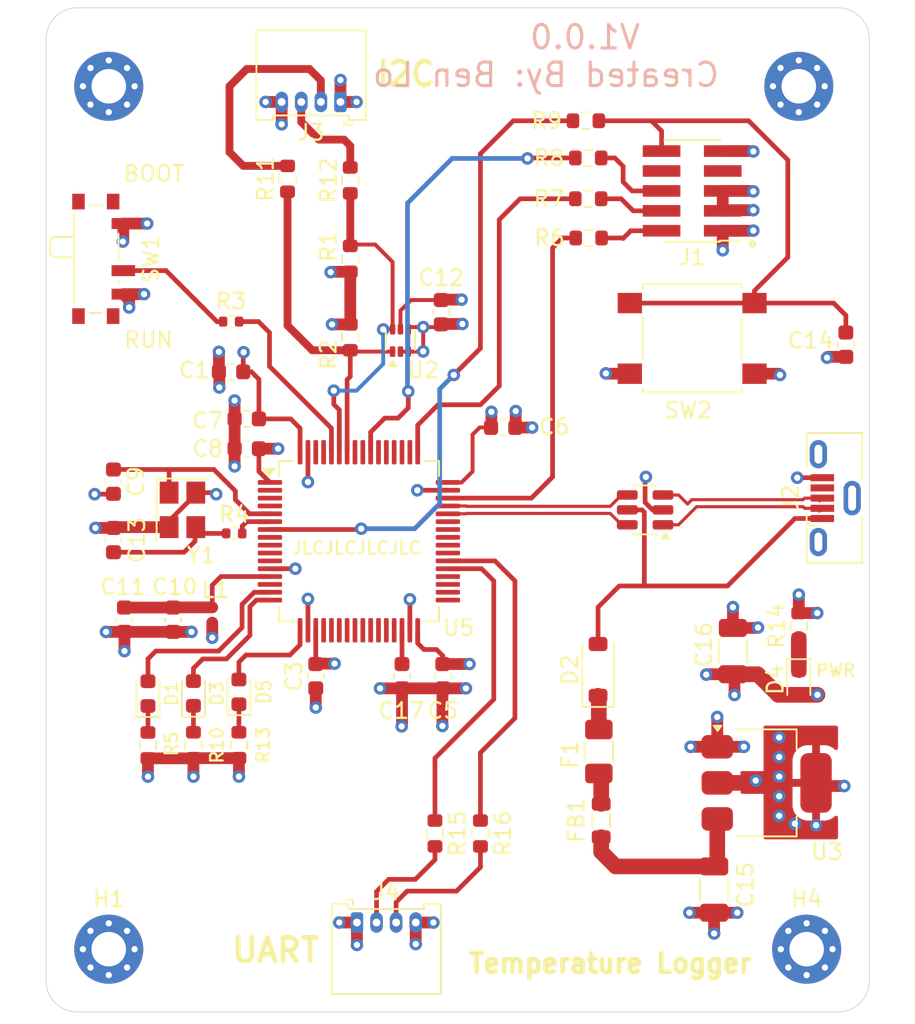
<source format=kicad_pcb>
(kicad_pcb (version 20241229) (generator "pcbnew") (generator_version "9.0")
  (layers (0 "F.Cu" signal) (4 "In1.Cu" signal) (6 "In2.Cu" signal) (2 "B.Cu" signal) (13 "F.Paste" user) (15 "B.Paste" user) (5 "F.SilkS" user "F.Silkscreen") (7 "B.SilkS" user "B.Silkscreen") (1 "F.Mask" user) (3 "B.Mask" user) (25 "Edge.Cuts" user))
  (net 0 "")
  (net 1 "GND")
  (net 2 "+3.3V")
  (net 3 "HSE_IN")
  (net 4 "+3.3VA")
  (net 5 "Net-(C13-Pad1)")
  (net 6 "Net-(J1-Pin_10)")
  (net 7 "Net-(U3-VI)")
  (net 8 "Net-(D1-K)")
  (net 9 "LED_R")
  (net 10 "Net-(D2-K)")
  (net 11 "+5V")
  (net 12 "Net-(D3-K)")
  (net 13 "LED_G")
  (net 14 "Net-(D4-K)")
  (net 15 "Net-(D5-K)")
  (net 16 "LED_B")
  (net 17 "Net-(F1-Pad2)")
  (net 19 "Net-(J1-Pin_4)")
  (net 21 "Net-(J1-Pin_6)")
  (net 22 "Net-(J1-Pin_2)")
  (net 27 "USB_CONN_D-")
  (net 28 "USB_CONN_D+")
  (net 29 "Net-(J3-Pin_3)")
  (net 30 "Net-(J3-Pin_2)")
  (net 31 "Net-(J4-Pin_2)")
  (net 32 "Net-(J4-Pin_3)")
  (net 33 "I2C_SDA")
  (net 34 "I2C_SCL")
  (net 35 "Net-(SW1-B)")
  (net 36 "BOOT0")
  (net 37 "HSE_OUT")
  (net 38 "SWDIO")
  (net 39 "SWCLK")
  (net 40 "SWO")
  (net 41 "NRST")
  (net 42 "USB_D+")
  (net 43 "USB_D-")
  (net 44 "Net-(U5-VCAP1)")
  (net 45 "USART1_TX")
  (net 46 "USART1_RX")
  (footprint "Resistor_SMD:R_0603_1608Metric" (layer "F.Cu") (at 121.5 129.0125 -90)
    (property "Reference" "R5")
    (property "Value" "1k5")
  )
  (footprint "Capacitor_SMD:C_0603_1608Metric" (layer "F.Cu") (at 127.8 108.2 180)
    (property "Reference" "C7")
    (property "Value" "100n")
  )
  (footprint "MountingHole:MountingHole_2.2mm_M2_Pad_Via" (layer "F.Cu") (at 163.5 142)
    (property "Reference" "H4")
    (property "Value" "MountingHole_Pad")
  )
  (footprint "Capacitor_SMD:C_0603_1608Metric" (layer "F.Cu") (at 120 121 -90)
    (property "Reference" "C11")
    (property "Value" "10n")
  )
  (footprint "Resistor_SMD:R_0603_1608Metric" (layer "F.Cu") (at 134.4 103 -90)
    (property "Reference" "R2")
    (property "Value" "4k7")
  )
  (footprint "Resistor_SMD:R_0402_1005Metric" (layer "F.Cu") (at 127 115.5 180)
    (property "Reference" "R4")
    (property "Value" "47")
  )
  (footprint "Package_QFP:LQFP-64_10x10mm_P0.5mm" (layer "F.Cu") (at 134.95 116)
    (property "Reference" "U5")
    (property "Value" "STM32F411RETx")
  )
  (footprint "LED_SMD:LED_0603_1608Metric" (layer "F.Cu") (at 121.5 125.7125 90)
    (property "Reference" "D1")
    (property "Value" "Red")
  )
  (footprint "Resistor_SMD:R_0402_1005Metric" (layer "F.Cu") (at 126.8 102 180)
    (property "Reference" "R3")
    (property "Value" "10k")
  )
  (footprint "Resistor_SMD:R_0603_1608Metric" (layer "F.Cu") (at 142.7 134.625 -90)
    (property "Reference" "R16")
    (property "Value" "22")
  )
  (footprint "Fuse:Fuse_1206_3216Metric" (layer "F.Cu") (at 150.25 129.4 -90)
    (property "Reference" "F1")
    (property "Value" "500mA")
  )
  (footprint "Diode_SMD:D_SOD-123" (layer "F.Cu") (at 150.2 124.2 90)
    (property "Reference" "D2")
    (property "Value" "B5819W")
  )
  (footprint "Resistor_SMD:R_0603_1608Metric" (layer "F.Cu") (at 130.4 92.9 90)
    (property "Reference" "R11")
    (property "Value" "22")
  )
  (footprint "Package_TO_SOT_SMD:SOT-563" (layer "F.Cu") (at 137.6 103.2 90)
    (property "Reference" "U2")
    (property "Value" "TMP112xxDRL")
  )
  (footprint "Button_Switch_SMD:SW_SPST_B3S-1000" (layer "F.Cu") (at 156.2 103.07 180)
    (property "Reference" "SW2")
    (property "Value" "SW_Push")
  )
  (footprint "Resistor_SMD:R_0603_1608Metric" (layer "F.Cu") (at 134.4 93 90)
    (property "Reference" "R12")
    (property "Value" "22")
  )
  (footprint "Connector_Molex:Molex_PicoBlade_53048-0410_1x04_P1.25mm_Horizontal" (layer "F.Cu") (at 134.825 140.3)
    (property "Reference" "J4")
    (property "Value" "UART")
  )
  (footprint "Capacitor_SMD:C_0603_1608Metric" (layer "F.Cu") (at 166 103.47 -90)
    (property "Reference" "C14")
    (property "Value" "100n")
  )
  (footprint "Resistor_SMD:R_0603_1608Metric" (layer "F.Cu") (at 127.3 129 -90)
    (property "Reference" "R13")
    (property "Value" "1k5")
  )
  (footprint "Resistor_SMD:R_0603_1608Metric" (layer "F.Cu") (at 139.8 134.625 -90)
    (property "Reference" "R15")
    (property "Value" "22")
  )
  (footprint "Capacitor_SMD:C_0603_1608Metric" (layer "F.Cu") (at 137.7 124.6 -90)
    (property "Reference" "C17")
    (property "Value" "2u2")
  )
  (footprint "Package_TO_SOT_SMD:SOT-223-3_TabPin2" (layer "F.Cu") (at 160.95 131.4)
    (property "Reference" "U3")
    (property "Value" "AMS1117-3.3")
  )
  (footprint "Resistor_SMD:R_0603_1608Metric" (layer "F.Cu") (at 149.6 96.67 180)
    (property "Reference" "R6")
    (property "Value" "22")
  )
  (footprint "Resistor_SMD:R_0603_1608Metric" (layer "F.Cu") (at 149.575 94.17 180)
    (property "Reference" "R7")
    (property "Value" "22")
  )
  (footprint "LED_SMD:LED_0603_1608Metric" (layer "F.Cu") (at 163 125 -90)
    (property "Reference" "D4")
    (property "Value" "Green")
  )
  (footprint "Capacitor_SMD:C_0603_1608Metric" (layer "F.Cu") (at 123.1 121 -90)
    (property "Reference" "C10")
    (property "Value" "1u")
  )
  (footprint "MountingHole:MountingHole_2.2mm_M2_Pad_Via" (layer "F.Cu") (at 119 142)
    (property "Reference" "H1")
    (property "Value" "MountingHole_Pad")
  )
  (footprint "Package_TO_SOT_SMD:SOT-23-6" (layer "F.Cu") (at 153.2 114 180)
    (property "Reference" "U4" (hide yes))
    (property "Value" "USBLC6-2SC6")
  )
  (footprint "MountingHole:MountingHole_2.2mm_M2_Pad_Via" (layer "F.Cu") (at 163 87)
    (property "Reference" "H2")
    (property "Value" "MountingHole_Pad")
  )
  (footprint "Inductor_SMD:L_0402_1005Metric" (layer "F.Cu") (at 125.6 120.7 90)
    (property "Reference" "L1")
    (property "Value" "39n")
  )
  (footprint "Resistor_SMD:R_0603_1608Metric" (layer "F.Cu") (at 149.575 91.57 180)
    (property "Reference" "R8")
    (property "Value" "22")
  )
  (footprint "Connector_USB:USB_Micro-B_Molex-105133-0001" (layer "F.Cu") (at 165.325 113.25 90)
    (property "Reference" "J2")
    (property "Value" "USB_B_Micro")
  )
  (footprint "Capacitor_SMD:C_0603_1608Metric" (layer "F.Cu") (at 140.2 101.4 -90)
    (property "Reference" "C12")
    (property "Value" "4u7")
  )
  (footprint "Capacitor_SMD:C_1206_3216Metric" (layer "F.Cu") (at 157.6 138.2 -90)
    (property "Reference" "C15")
    (property "Value" "10u")
  )
  (footprint "Connector_Molex:Molex_PicoBlade_53048-0410_1x04_P1.25mm_Horizontal" (layer "F.Cu") (at 133.775 88 180)
    (property "Reference" "J3")
    (property "Value" "I2C")
  )
  (footprint "Inductor_SMD:L_0805_2012Metric" (layer "F.Cu") (at 150.4 133.8 -90)
    (property "Reference" "FB1")
    (property "Value" "100 @ 100HMz")
  )
  (footprint "Connector_PinHeader_1.27mm:PinHeader_2x05_P1.27mm_Vertical_SMD" (layer "F.Cu") (at 156.2 93.67 180)
    (property "Reference" "J1")
    (property "Value" "SWD")
  )
  (footprint "Capacitor_SMD:C_0603_1608Metric" (layer "F.Cu") (at 127.8 110.1 180)
    (property "Reference" "C8")
    (property "Value" "100n")
  )
  (footprint "Capacitor_SMD:C_1206_3216Metric" (layer "F.Cu") (at 158.8 123 90)
    (property "Reference" "C16")
    (property "Value" "10u")
  )
  (footprint "Resistor_SMD:R_0603_1608Metric" (layer "F.Cu") (at 163 121.4 90)
    (property "Reference" "R14")
    (property "Value" "1k5")
  )
  (footprint "Capacitor_SMD:C_0603_1608Metric" (layer "F.Cu") (at 140.3 124.6 -90)
    (property "Reference" "C5")
    (property "Value" "100n")
  )
  (footprint "Capacitor_SMD:C_0603_1608Metric" (layer "F.Cu") (at 119.3 112.2 -90)
    (property "Reference" "C9")
    (property "Value" "12p")
  )
  (footprint "LED_SMD:LED_0603_1608Metric" (layer "F.Cu") (at 124.4 125.7 90)
    (property "Reference" "D3")
    (property "Value" "Green")
  )
  (footprint "MountingHole:MountingHole_2.2mm_M2_Pad_Via" (layer "F.Cu") (at 119 87)
    (property "Reference" "H3")
    (property "Value" "MountingHole_Pad")
  )
  (footprint "Capacitor_SMD:C_0603_1608Metric" (layer "F.Cu") (at 126.8 105.2 180)
    (property "Reference" "C1")
    (property "Value" "4u7")
  )
  (footprint "Resistor_SMD:R_0603_1608Metric" (layer "F.Cu") (at 149.425 89.2 180)
    (property "Reference" "R9")
    (property "Value" "22")
  )
  (footprint "LED_SMD:LED_0603_1608Metric" (layer "F.Cu") (at 127.3 125.6 90)
    (property "Reference" "D5")
    (property "Value" "Blue")
  )
  (footprint "Capacitor_SMD:C_0603_1608Metric" (layer "F.Cu") (at 119.3 115.925 90)
    (property "Reference" "C13")
    (property "Value" "12p")
  )
  (footprint "Button_Switch_SMD:SW_SPDT_PCM12" (layer "F.Cu") (at 118.5 98 -90)
    (property "Reference" "SW1")
    (property "Value" "SW_SPDT")
  )
  (footprint "Resistor_SMD:R_0603_1608Metric" (layer "F.Cu") (at 134.4 98 90)
    (property "Reference" "R1")
    (property "Value" "4k7")
  )
  (footprint "Crystal:Crystal_SMD_3225-4Pin_3.2x2.5mm" (layer "F.Cu") (at 123.7 114 -90)
    (property "Reference" "Y1")
    (property "Value" "16MHz")
  )
  (footprint "Capacitor_SMD:C_0603_1608Metric" (layer "F.Cu") (at 132.2 124.6 -90)
    (property "Reference" "C3")
    (property "Value" "100n")
  )
  (footprint "Resistor_SMD:R_0603_1608Metric" (layer "F.Cu") (at 124.4 129 -90)
    (property "Reference" "R10")
    (property "Value" "1k5")
  )
  (footprint "Capacitor_SMD:C_0603_1608Metric" (layer "F.Cu") (at 144.15 108.75)
    (property "Reference" "C6")
    (property "Value" "100n")
  )
  (gr_circle (center 160.05 97.05) (end 160.15 97.15) (stroke (width 0.2)) (fill no) (layer "F.SilkS"))
  (gr_arc (start 165.5 82) (mid 166.914214 82.585786) (end 167.5 84) (stroke (width 0.05)) (layer "Edge.Cuts"))
  (gr_arc (start 115 84) (mid 115.585786 82.585786) (end 117 82) (stroke (width 0.05)) (layer "Edge.Cuts"))
  (gr_line (start 115 84) (end 115 144) (stroke (width 0.05)) (layer "Edge.Cuts"))
  (gr_line (start 167.5 144) (end 167.5 84) (stroke (width 0.05)) (layer "Edge.Cuts"))
  (gr_line (start 165.5 82) (end 117 82) (stroke (width 0.05)) (layer "Edge.Cuts"))
  (gr_line (start 165.5 146) (end 117 146) (stroke (width 0.05)) (layer "Edge.Cuts"))
  (gr_arc (start 167.5 144) (mid 166.914214 145.414214) (end 165.5 146) (stroke (width 0.05)) (layer "Edge.Cuts"))
  (gr_arc (start 117 146) (mid 115.585786 145.414214) (end 115 144) (stroke (width 0.05)) (layer "Edge.Cuts"))
  (gr_text "I2C" (at 135.95 87.1 0) (layer "F.SilkS") (effects (font (size 1.5 1.5) (thickness 0.3) (bold yes)) (justify left bottom)))
  (gr_text "BOOT" (at 119.85 93.15 0) (layer "F.SilkS") (effects (font (size 1 1) (thickness 0.15) (bold yes)) (justify left bottom)))
  (gr_text "PWR" (at 164 124.7 0) (layer "F.SilkS") (effects (font (size 0.8 0.8) (thickness 0.15) (bold yes)) (justify left bottom)))
  (gr_text "JLCJLCJLCJLC" (at 130.6 116.9 0) (layer "F.SilkS") (effects (font (size 0.8 0.8) (thickness 0.15) (bold yes)) (justify left bottom)))
  (gr_text "RUN" (at 119.9 103.75 0) (layer "F.SilkS") (effects (font (size 1 1) (thickness 0.15) (bold yes)) (justify left bottom)))
  (gr_text "Temperature Logger" (at 141.8 143.6 0) (layer "F.SilkS") (effects (font (size 1.2 1.2) (thickness 0.3) (bold yes)) (justify left bottom)))
  (gr_text "UART" (at 126.7 142.95 0) (layer "F.SilkS") (effects (font (size 1.5 1.5) (thickness 0.3) (bold yes)) (justify left bottom)))
  (gr_text "V1.0.0" (at 153 84.75 0) (layer "B.SilkS") (effects (font (size 1.5 1.5) (thickness 0.2)) (justify left bottom mirror)))
  (gr_text "Created By: Ben Lo" (at 158.05 87.15 0) (layer "B.SilkS") (effects (font (size 1.5 1.5) (thickness 0.2)) (justify left bottom mirror)))
  (segment (start 119.3 113) (end 118.1 113) (width 0.3) (layer "F.Cu") (net 1))
  (segment (start 146 108.75) (end 144.925 108.75) (width 0.75) (layer "F.Cu") (net 1))
  (segment (start 119.3 113) (end 119.35 113.05) (width 0.3) (layer "F.Cu") (net 1))
  (segment (start 153.2 113.524999) (end 153.2 111.95) (width 0.3) (layer "F.Cu") (net 1))
  (segment (start 157.8 129.1) (end 157.8 127.2) (width 0.75) (layer "F.Cu") (net 1))
  (segment (start 119.35 115.1) (end 119.3 115.15) (width 0.75) (layer "F.Cu") (net 1))
  (segment (start 158.15 91.13) (end 160.08 91.13) (width 0.75) (layer "F.Cu") (net 1))
  (segment (start 124.55 112.9) (end 124.55 113) (width 0.3) (layer "F.Cu") (net 1))
  (segment (start 164.175 120.575) (end 163 120.575) (width 0.75) (layer "F.Cu") (net 1))
  (segment (start 121.5 129.8375) (end 124.3875 129.8375) (width 0.75) (layer "F.Cu") (net 1))
  (segment (start 157.6 139.675) (end 157.6 141) (width 0.75) (layer "F.Cu") (net 1))
  (segment (start 130.025 89.425) (end 130.025 88) (width 0.75) (layer "F.Cu") (net 1))
  (segment (start 160.375 121.525) (end 160.4 121.5) (width 0.75) (layer "F.Cu") (net 1))
  (segment (start 119.3 112.975) (end 119.3 113) (width 0.3) (layer "F.Cu") (net 1))
  (segment (start 150.72 105.32) (end 150.7 105.3) (width 0.75) (layer "F.Cu") (net 1))
  (segment (start 144.95 107.7) (end 144.95 108.725) (width 0.75) (layer "F.Cu") (net 1))
  (segment (start 124.4 129.825) (end 124.4 131) (width 0.75) (layer "F.Cu") (net 1))
  (segment (start 161.8 105.4) (end 161.72 105.32) (width 0.75) (layer "F.Cu") (net 1))
  (segment (start 119.93 100.25) (end 121.25 100.25) (width 0.75) (layer "F.Cu") (net 1))
  (segment (start 124.3875 129.8375) (end 124.4 129.825) (width 0.75) (layer "F.Cu") (net 1))
  (segment (start 130.9 117.75) (end 129.325 117.75) (width 0.3) (layer "F.Cu") (net 1))
  (segment (start 138.2 121.675) (end 138.2 119.7) (width 0.3) (layer "F.Cu") (net 1))
  (segment (start 131.7 119.675) (end 131.7 121.675) (width 0.3) (layer "F.Cu") (net 1))
  (segment (start 138.2375 102.35) (end 138.1 102.4875) (width 0.25) (layer "F.Cu") (net 1))
  (segment (start 139.05 102.35) (end 140.025 102.35) (width 0.25) (layer "F.Cu") (net 1))
  (segment (start 158.8 121.525) (end 160.375 121.525) (width 0.75) (layer "F.Cu") (net 1))
  (segment (start 160.1 94.9) (end 158.19 94.9) (width 0.75) (layer "F.Cu") (net 1))
  (segment (start 138.1 102.4875) (end 138.1 103.9125) (width 0.25) (layer "F.Cu") (net 1))
  (segment (start 129 88) (end 130.025 88) (width 0.75) (layer "F.Cu") (net 1))
  (segment (start 158.15 93.67) (end 160.07 93.67) (width 0.75) (layer "F.Cu") (net 1))
  (segment (start 131.7 112.225) (end 131.7 110.325) (width 0.3) (layer "F.Cu") (net 1))
  (segment (start 126.05 106.2) (end 126.05 105.225) (width 0.75) (layer "F.Cu") (net 1))
  (segment (start 158.8 121.525) (end 158.8 120.2) (width 0.75) (layer "F.Cu") (net 1))
  (segment (start 138.1 103.9125) (end 139.0375 103.9125) (width 0.25) (layer "F.Cu") (net 1))
  (segment (start 159.075 139.675) (end 157.6 139.675) (width 0.75) (layer "F.Cu") (net 1))
  (segment (start 160.08 91.13) (end 160.1 91.15) (width 0.75) (layer "F.Cu") (net 1))
  (segment (start 120 121.775) (end 120 123) (width 0.75) (layer "F.Cu") (net 1))
  (segment (start 124.4 129.825) (end 127.3 129.825) (width 0.75) (layer "F.Cu") (net 1))
  (segment (start 140.3 125.375) (end 141.775 125.375) (width 0.75) (layer "F.Cu") (net 1))
  (segment (start 153.2 111.95) (end 153.25 111.9) (width 0.3) (layer "F.Cu") (net 1))
  (segment (start 126.025 103.925) (end 126.025 105.2) (width 0.75) (layer "F.Cu") (net 1))
  (segment (start 122.85 114.7) (end 122.85 115.1) (width 0.3) (layer "F.Cu") (net 1))
  (segment (start 139.05 103.9) (end 139.05 102.35) (width 0.25) (layer "F.Cu") (net 1))
  (segment (start 122.85 115.1) (end 119.35 115.1) (width 0.75) (layer "F.Cu") (net 1))
  (segment (start 161.72 105.32) (end 160.175 105.32) (width 0.75) (layer "F.Cu") (net 1))
  (segment (start 164.855 104.245) (end 166 104.245) (width 0.75) (layer "F.Cu") (net 1))
  (segment (start 137.7 127.775) (end 137.675 127.8) (width 0.75) (layer "F.Cu") (net 1))
  (segment (start 127.3 129.825) (end 127.3 131) (width 0.75) (layer "F.Cu") (net 1))
  (segment (start 132.2 125.375) (end 132.2 126.6) (width 0.75) (layer "F.Cu") (net 1))
  (segment (start 138.1 103.9125) (end 137.6 103.9125) (width 0.25) (layer "F.Cu") (net 1))
  (segment (start 163 120.575) (end 163 119.4) (width 0.75) (layer "F.Cu") (net 1))
  (segment (start 127.025 107.025) (end 127.025 108.2) (width 0.75) (layer "F.Cu") (net 1))
  (segment (start 124.55 112.9) (end 125.75 112.9) (width 0.3) (layer "F.Cu") (net 1))
  (segment (start 127.025 110.1) (end 127.025 108.2) (width 0.75) (layer "F.Cu") (net 1))
  (segment (start 127.025 111.225) (end 127.025 110.1) (width 0.75) (layer "F.Cu") (net 1))
  (segment (start 121.5 129.8375) (end 121.5 131) (width 0.75) (layer "F.Cu") (net 1))
  (segment (start 140.225 102.15) (end 140.2 102.175) (width 0.75) (layer "F.Cu") (net 1))
  (segment (start 164.8 104.3) (end 164.855 104.245) (width 0.75) (layer "F.Cu") (net 1))
  (segment (start 118.15 115.15) (end 119.3 115.15) (width 0.75) (layer "F.Cu") (net 1))
  (segment (start 123.1 121.775) (end 120 121.775) (width 0.75) (layer "F.Cu") (net 1))
  (segment (start 125.75 112.9) (end 125.85 113) (width 0.3) (layer "F.Cu") (net 1))
  (segment (start 140.625 112.75) (end 138.675 112.75) (width 0.3) (layer "F.Cu") (net 1))
  (segment (start 141.55 102.15) (end 140.225 102.15) (width 0.75) (layer "F.Cu") (net 1))
  (segment (start 138.575 141.675) (end 138.575 140.3) (width 0.75) (layer "F.Cu") (net 1))
  (segment (start 118.825 121.775) (end 120 121.775) (width 0.75) (layer "F.Cu") (net 1))
  (segment (start 139.0375 103.9125) (end 139.05 103.9) (width 0.25) (layer "F.Cu") (net 1))
  (segment (start 140.275 125.4) (end 140.3 125.375) (width 0.75) (layer "F.Cu") (net 1))
  (segment (start 137.7 125.375) (end 136.3 125.375) (width 0.75) (layer "F.Cu") (net 1))
  (segment (start 152.225 105.32) (end 150.72 105.32) (width 0.75) (layer "F.Cu") (net 1))
  (segment (start 160.07 93.67) (end 160.1 93.7) (width 0.75) (layer "F.Cu") (net 1))
  (segment (start 124.55 113) (end 122.85 114.7) (width 0.3) (layer "F.Cu") (net 1))
  (segment (start 144.95 108.725) (end 144.925 108.75) (width 0.75) (layer "F.Cu") (net 1))
  (segment (start 164.5 111.95) (end 162.9 111.95) (width 0.3) (layer "F.Cu") (net 1))
  (segment (start 138.575 140.3) (end 139.7 140.3) (width 0.75) (layer "F.Cu") (net 1))
  (segment (start 158.19 94.9) (end 158.15 94.94) (width 0.75) (layer "F.Cu") (net 1))
  (segment (start 119.93 100.25) (end 120.3 100.62) (width 0.75) (layer "F.Cu") (net 1))
  (segment (start 153.675001 114) (end 153.2 113.524999) (width 0.3) (layer "F.Cu") (net 1))
  (segment (start 157.8 129.1) (end 159.5 129.1) (width 0.75) (layer "F.Cu") (net 1))
  (segment (start 140.3 125.375) (end 137.7 125.375) (width 0.75) (layer "F.Cu") (net 1))
  (segment (start 139.05 102.35) (end 138.2375 102.35) (width 0.25) (layer "F.Cu") (net 1))
  (segment (start 156.1 129.1) (end 157.8 129.1) (width 0.75) (layer "F.Cu") (net 1))
  (segment (start 154.3375 114) (end 153.675001 114) (width 0.3) (layer "F.Cu") (net 1))
  (segment (start 126.05 105.225) (end 126.025 105.2) (width 0.75) (layer "F.Cu") (net 1))
  (segment (start 158.15 94.94) (end 158.15 93.67) (width 0.75) (layer "F.Cu") (net 1))
  (segment (start 156.025 139.675) (end 157.6 139.675) (width 0.75) (layer "F.Cu") (net 1))
  (segment (start 123.1 121.775) (end 124.275 121.775) (width 0.75) (layer "F.Cu") (net 1))
  (segment (start 140.025 102.35) (end 140.2 102.175) (width 0.25) (layer "F.Cu") (net 1))
  (segment (start 140.275 127.775) (end 140.275 125.4) (width 0.75) (layer "F.Cu") (net 1))
  (segment (start 137.7 125.375) (end 137.7 127.775) (width 0.75) (layer "F.Cu") (net 1))
  (segment (start 120.3 100.62) (end 120.3 101.1) (width 0.75) (layer "F.Cu") (net 1))
  (via (at 118.825 121.775) (size 0.8) (drill 0.4) (layers "F.Cu" "B.Cu") (net 1))
  (via (at 121.5 131) (size 0.8) (drill 0.4) (layers "F.Cu" "B.Cu") (net 1))
  (via (at 139.7 140.3) (size 0.8) (drill 0.4) (layers "F.Cu" "B.Cu") (net 1))
  (via (at 160.1 93.7) (size 0.8) (drill 0.4) (layers "F.Cu" "B.Cu") (net 1))
  (via (at 159.5 129.1) (size 0.8) (drill 0.4) (layers "F.Cu" "B.Cu") (net 1))
  (via (at 130.9 117.75) (size 0.8) (drill 0.4) (layers "F.Cu" "B.Cu") (net 1))
  (via (at 156.025 139.675) (size 0.8) (drill 0.4) (layers "F.Cu" "B.Cu") (net 1))
  (via (at 150.7 105.3) (size 0.8) (drill 0.4) (layers "F.Cu" "B.Cu") (net 1))
  (via (at 157.6 141) (size 0.8) (drill 0.4) (layers "F.Cu" "B.Cu") (net 1))
  (via (at 127.025 111.225) (size 0.8) (drill 0.4) (layers "F.Cu" "B.Cu") (net 1))
  (via (at 164.8 104.3) (size 0.8) (drill 0.4) (layers "F.Cu" "B.Cu") (net 1))
  (via (at 138.2 119.7) (size 0.8) (drill 0.4) (layers "F.Cu" "B.Cu") (net 1))
  (via (at 157.8 127.2) (size 0.8) (drill 0.4) (layers "F.Cu" "B.Cu") (net 1))
  (via (at 158.8 120.2) (size 0.8) (drill 0.4) (layers "F.Cu" "B.Cu") (net 1))
  (via (at 125.85 113) (size 0.8) (drill 0.4) (layers "F.Cu" "B.Cu") (net 1))
  (via (at 153.25 111.9) (size 0.8) (drill 0.4) (layers "F.Cu" "B.Cu") (net 1))
  (via (at 160.1 94.9) (size 0.8) (drill 0.4) (layers "F.Cu" "B.Cu") (net 1))
  (via (at 141.775 125.375) (size 0.8) (drill 0.4) (layers "F.Cu" "B.Cu") (net 1))
  (via (at 124.275 121.775) (size 0.8) (drill 0.4) (layers "F.Cu" "B.Cu") (net 1))
  (via (at 129 88) (size 0.8) (drill 0.4) (layers "F.Cu" "B.Cu") (net 1))
  (via (at 126.05 106.2) (size 0.8) (drill 0.4) (layers "F.Cu" "B.Cu") (net 1))
  (via (at 136.3 125.375) (size 0.8) (drill 0.4) (layers "F.Cu" "B.Cu") (net 1))
  (via (at 131.7 119.675) (size 0.8) (drill 0.4) (layers "F.Cu" "B.Cu") (net 1))
  (via (at 124.4 131) (size 0.8) (drill 0.4) (layers "F.Cu" "B.Cu") (net 1))
  (via (at 137.675 127.8) (size 0.8) (drill 0.4) (layers "F.Cu" "B.Cu") (net 1))
  (via (at 132.2 126.6) (size 0.8) (drill 0.4) (layers "F.Cu" "B.Cu") (net 1))
  (via (at 138.675 112.75) (size 0.8) (drill 0.4) (layers "F.Cu" "B.Cu") (net 1))
  (via (at 144.95 107.7) (size 0.8) (drill 0.4) (layers "F.Cu" "B.Cu") (net 1))
  (via (at 138.575 141.675) (size 0.8) (drill 0.4) (layers "F.Cu" "B.Cu") (net 1))
  (via (at 160.1 91.15) (size 0.8) (drill 0.4) (layers "F.Cu" "B.Cu") (net 1))
  (via (at 163 119.4) (size 0.8) (drill 0.4) (layers "F.Cu" "B.Cu") (net 1))
  (via (at 160.4 121.5) (size 0.8) (drill 0.4) (layers "F.Cu" "B.Cu") (net 1))
  (via (at 120 123) (size 0.8) (drill 0.4) (layers "F.Cu" "B.Cu") (net 1))
  (via (at 130.025 89.425) (size 0.8) (drill 0.4) (layers "F.Cu" "B.Cu") (net 1))
  (via (at 164.175 120.575) (size 0.8) (drill 0.4) (layers "F.Cu" "B.Cu") (net 1))
  (via (at 159.075 139.675) (size 0.8) (drill 0.4) (layers "F.Cu" "B.Cu") (net 1))
  (via (at 139.05 103.9) (size 0.8) (drill 0.4) (layers "F.Cu" "B.Cu") (net 1))
  (via (at 162.9 111.95) (size 0.8) (drill 0.4) (layers "F.Cu" "B.Cu") (net 1))
  (via (at 127.025 107.025) (size 0.8) (drill 0.4) (layers "F.Cu" "B.Cu") (net 1))
  (via (at 140.275 127.775) (size 0.8) (drill 0.4) (layers "F.Cu" "B.Cu") (net 1))
  (via (at 126.025 103.925) (size 0.8) (drill 0.4) (layers "F.Cu" "B.Cu") (net 1))
  (via (at 131.7 112.225) (size 0.8) (drill 0.4) (layers "F.Cu" "B.Cu") (net 1))
  (via (at 118.15 115.15) (size 0.8) (drill 0.4) (layers "F.Cu" "B.Cu") (net 1))
  (via (at 156.1 129.1) (size 0.8) (drill 0.4) (layers "F.Cu" "B.Cu") (net 1))
  (via (at 146 108.75) (size 0.8) (drill 0.4) (layers "F.Cu" "B.Cu") (net 1))
  (via (at 127.3 131) (size 0.8) (drill 0.4) (layers "F.Cu" "B.Cu") (net 1))
  (via (at 161.8 105.4) (size 0.8) (drill 0.4) (layers "F.Cu" "B.Cu") (net 1))
  (via (at 121.25 100.25) (size 0.8) (drill 0.4) (layers "F.Cu" "B.Cu") (net 1))
  (via (at 118.1 113) (size 0.8) (drill 0.4) (layers "F.Cu" "B.Cu") (net 1))
  (via (at 141.55 102.15) (size 0.8) (drill 0.4) (layers "F.Cu" "B.Cu") (net 1))
  (via (at 139.05 102.35) (size 0.8) (drill 0.4) (layers "F.Cu" "B.Cu") (net 1))
  (via (at 120.3 101.1) (size 0.8) (drill 0.4) (layers "F.Cu" "B.Cu") (net 1))
  (segment (start 132.2 123.825) (end 132.2 121.675) (width 0.3) (layer "F.Cu") (net 2))
  (segment (start 137.6 101.3) (end 138.275 100.625) (width 0.25) (layer "F.Cu") (net 2))
  (segment (start 158.15 96.21) (end 160.09 96.21) (width 0.75) (layer "F.Cu") (net 2))
  (segment (start 127.575 103.975) (end 127.6 103.95) (width 0.3) (layer "F.Cu") (net 2))
  (segment (start 164.1875 125.7875) (end 163 125.7875) (width 1) (layer "F.Cu") (net 2))
  (segment (start 125.6 122.15) (end 125.6 121.185) (width 0.75) (layer "F.Cu") (net 2))
  (segment (start 157.8 131.4) (end 160.1 131.4) (width 1) (layer "F.Cu") (net 2))
  (segment (start 137.6 102.4875) (end 137.6 101.3) (width 0.25) (layer "F.Cu") (net 2))
  (segment (start 165.9 131.6) (end 164.3 131.6) (width 0.75) (layer "F.Cu") (net 2))
  (segment (start 161.6875 125.7875) (end 160.375 124.475) (width 1) (layer "F.Cu") (net 2))
  (segment (start 140.3 123.3) (end 139.9 122.9) (width 0.3) (layer "F.Cu") (net 2))
  (segment (start 127.55 105.2) (end 128.1 105.2) (width 0.3) (layer "F.Cu") (net 2))
  (segment (start 128.575 108.2) (end 130.6 108.2) (width 0.3) (layer "F.Cu") (net 2))
  (segment (start 143.4 107.75) (end 143.4 108.725) (width 0.75) (layer "F.Cu") (net 2))
  (segment (start 160.1 131.4) (end 160.25 131.25) (width 1) (layer "F.Cu") (net 2))
  (segment (start 128.1 105.2) (end 128.575 105.675) (width 0.3) (layer "F.Cu") (net 2))
  (segment (start 139.1 122.9) (end 138.7 122.5) (width 0.3) (layer "F.Cu") (net 2))
  (segment (start 158.9 124.575) (end 158.8 124.475) (width 0.75) (layer "F.Cu") (net 2))
  (segment (start 158.8 124.475) (end 157.125 124.475) (width 0.75) (layer "F.Cu") (net 2))
  (segment (start 134.825 141.725) (end 134.825 140.3) (width 0.75) (layer "F.Cu") (net 2))
  (segment (start 142.2 109.2) (end 142.65 108.75) (width 0.25) (layer "F.Cu") (net 2))
  (segment (start 131.2 108.8) (end 131.2 110.325) (width 0.3) (layer "F.Cu") (net 2))
  (segment (start 129.275 112.25) (end 128.575 111.55) (width 0.3) (layer "F.Cu") (net 2))
  (segment (start 140.225 100.6) (end 140.2 100.625) (width 0.75) (layer "F.Cu") (net 2))
  (segment (start 133.4 123.8) (end 132.225 123.8) (width 0.75) (layer "F.Cu") (net 2))
  (segment (start 158.9 125.8) (end 158.9 124.575) (width 0.75) (layer "F.Cu") (net 2))
  (segment (start 129.8 110.1) (end 128.575 110.1) (width 0.75) (layer "F.Cu") (net 2))
  (segment (start 142.2 111.55) (end 142.2 109.2) (width 0.25) (layer "F.Cu") (net 2))
  (segment (start 141.5 112.25) (end 140.625 112.25) (width 0.25) (layer "F.Cu") (net 2))
  (segment (start 119.93 95.75) (end 119.93 96.87) (width 0.75) (layer "F.Cu") (net 2))
  (segment (start 132.225 123.8) (end 132.2 123.825) (width 0.75) (layer "F.Cu") (net 2))
  (segment (start 142.65 108.75) (end 143.375 108.75) (width 0.25) (layer "F.Cu") (net 2))
  (segment (start 141.5 100.6) (end 140.225 100.6) (width 0.75) (layer "F.Cu") (net 2))
  (segment (start 142 123.825) (end 140.3 123.825) (width 0.75) (layer "F.Cu") (net 2))
  (segment (start 160.09 96.21) (end 160.1 96.2) (width 0.75) (layer "F.Cu") (net 2))
  (segment (start 164.3 131.6) (end 164.1 131.4) (width 0.75) (layer "F.Cu") (net 2))
  (segment (start 160.375 124.475) (end 158.8 124.475) (width 1) (layer "F.Cu") (net 2))
  (segment (start 139.9 122.9) (end 139.1 122.9) (width 0.3) (layer "F.Cu") (net 2))
  (segment (start 163 125.7875) (end 161.6875 125.7875) (width 1) (layer "F.Cu") (net 2))
  (segment (start 143.4 108.725) (end 143.375 108.75) (width 0.75) (layer "F.Cu") (net 2))
  (segment (start 127.575 105.2) (end 127.575 103.975) (width 0.3) (layer "F.Cu") (net 2))
  (segment (start 128.575 105.675) (end 128.575 108.2) (width 0.3) (layer "F.Cu") (net 2))
  (segment (start 130.6 108.2) (end 131.2 108.8) (width 0.3) (layer "F.Cu") (net 2))
  (segment (start 133.175 98.825) (end 133.15 98.85) (width 0.75) (layer "F.Cu") (net 2))
  (segment (start 134.825 140.3) (end 133.7 140.3) (width 0.75) (layer "F.Cu") (net 2))
  (segment (start 133.2375 102.175) (end 134.4 102.175) (width 0.75) (layer "F.Cu") (net 2))
  (segment (start 157.125 124.475) (end 157.1 124.5) (width 0.75) (layer "F.Cu") (net 2))
  (segment (start 134.4 98.825) (end 133.175 98.825) (width 0.75) (layer "F.Cu") (net 2))
  (segment (start 132.25 123.775) (end 132.2 123.825) (width 0.3) (layer "F.Cu") (net 2))
  (segment (start 138.7 122.5) (end 138.7 121.675) (width 0.3) (layer "F.Cu") (net 2))
  (segment (start 128.575 111.55) (end 128.575 110.1) (width 0.3) (layer "F.Cu") (net 2))
  (segment (start 133.775 88) (end 133.775 86.6) (width 0.75) (layer "F.Cu") (net 2))
  (segment (start 134.8 88) (end 133.775 88) (width 0.75) (layer "F.Cu") (net 2))
  (segment (start 138.275 100.625) (end 140.2 100.625) (width 0.25) (layer "F.Cu") (net 2))
  (segment (start 119.93 96.87) (end 119.9 96.9) (width 0.75) (layer "F.Cu") (net 2))
  (segment (start 158.15 97.45) (end 158.15 96.21) (width 0.75) (layer "F.Cu") (net 2))
  (segment (start 142.2 111.55) (end 141.5 112.25) (width 0.25) (layer "F.Cu") (net 2))
  (segment (start 134.4 102.0875) (end 134.4 98.9125) (width 0.75) (layer "F.Cu") (net 2))
  (segment (start 121.45 95.75) (end 119.93 95.75) (width 0.75) (layer "F.Cu") (net 2))
  (segment (start 140.3 123.825) (end 140.3 123.3) (width 0.3) (layer "F.Cu") (net 2))
  (via (at 134.8 88) (size 0.8) (drill 0.4) (layers "F.Cu" "B.Cu") (net 2))
  (via (at 133.15 98.85) (size 0.8) (drill 0.4) (layers "F.Cu" "B.Cu") (net 2))
  (via (at 161.75 133.5) (size 0.8) (drill 0.4) (layers "F.Cu" "B.Cu") (net 2))
  (via (at 160.1 96.2) (size 0.8) (drill 0.4) (layers "F.Cu" "B.Cu") (net 2))
  (via (at 141.5 100.6) (size 0.8) (drill 0.4) (layers "F.Cu" "B.Cu") (net 2))
  (via (at 164.1 134.1) (size 0.8) (drill 0.4) (layers "F.Cu" "B.Cu") (net 2))
  (via (at 129.8 110.1) (size 0.8) (drill 0.4) (layers "F.Cu" "B.Cu") (net 2))
  (via (at 165.9 131.6) (size 0.8) (drill 0.4) (layers "F.Cu" "B.Cu") (net 2))
  (via (at 119.9 96.9) (size 0.8) (drill 0.4) (layers "F.Cu" "B.Cu") (net 2))
  (via (at 162.75 134) (size 0.8) (drill 0.4) (layers "F.Cu" "B.Cu") (net 2))
  (via (at 157.1 124.5) (size 0.8) (drill 0.4) (layers "F.Cu" "B.Cu") (net 2))
  (via (at 161.75 129.75) (size 0.8) (drill 0.4) (layers "F.Cu" "B.Cu") (net 2))
  (via (at 133.7 140.3) (size 0.8) (drill 0.4) (layers "F.Cu" "B.Cu") (net 2))
  (via (at 143.4 107.75) (size 0.8) (drill 0.4) (layers "F.Cu" "B.Cu") (net 2))
  (via (at 142 123.825) (size 0.8) (drill 0.4) (layers "F.Cu" "B.Cu") (net 2))
  (via (at 125.6 122.15) (size 0.8) (drill 0.4) (layers "F.Cu" "B.Cu") (net 2))
  (via (at 133.775 86.6) (size 0.8) (drill 0.4) (layers "F.Cu" "B.Cu") (net 2))
  (via (at 158.9 125.8) (size 0.8) (drill 0.4) (layers "F.Cu" "B.Cu") (net 2))
  (via (at 161.75 131) (size 0.8) (drill 0.4) (layers "F.Cu" "B.Cu") (net 2))
  (via (at 164.1875 125.7875) (size 0.8) (drill 0.4) (layers "F.Cu" "B.Cu") (net 2))
  (via (at 133.4 123.8) (size 0.8) (drill 0.4) (layers "F.Cu" "B.Cu") (net 2))
  (via (at 121.45 95.75) (size 0.8) (drill 0.4) (layers "F.Cu" "B.Cu") (net 2))
  (via (at 160.25 131.25) (size 0.8) (drill 0.4) (layers "F.Cu" "B.Cu") (net 2))
  (via (at 161.75 132.25) (size 0.8) (drill 0.4) (layers "F.Cu" "B.Cu") (net 2))
  (via (at 127.6 103.95) (size 0.8) (drill 0.4) (layers "F.Cu" "B.Cu") (net 2))
  (via (at 161.75 128.5) (size 0.8) (drill 0.4) (layers "F.Cu" "B.Cu") (net 2))
  (via (at 133.2375 102.175) (size 0.8) (drill 0.4) (layers "F.Cu" "B.Cu") (net 2))
  (via (at 158.15 97.45) (size 0.8) (drill 0.4) (layers "F.Cu" "B.Cu") (net 2))
  (via (at 134.825 141.725) (size 0.8) (drill 0.4) (layers "F.Cu" "B.Cu") (net 2))
  (segment (start 129.275 114.25) (end 127.975 114.25) (width 0.3) (layer "F.Cu") (net 3))
  (segment (start 125.7 111.425) (end 122.85 111.425) (width 0.3) (layer "F.Cu") (net 3))
  (segment (start 127.075 112.8) (end 125.7 111.425) (width 0.3) (layer "F.Cu") (net 3))
  (segment (start 127.075 113.35) (end 127.075 112.8) (width 0.3) (layer "F.Cu") (net 3))
  (segment (start 121.925 111.425) (end 119.3 111.425) (width 0.3) (layer "F.Cu") (net 3))
  (segment (start 122.85 111.425) (end 121.925 111.425) (width 0.3) (layer "F.Cu") (net 3))
  (segment (start 127.975 114.25) (end 127.075 113.35) (width 0.3) (layer "F.Cu") (net 3))
  (segment (start 122.85 112.9) (end 122.85 111.425) (width 0.3) (layer "F.Cu") (net 3))
  (segment (start 120 120.225) (end 123.1 120.225) (width 0.75) (layer "F.Cu") (net 4))
  (segment (start 126.15 118.25) (end 125.6 118.8) (width 0.3) (layer "F.Cu") (net 4))
  (segment (start 125.6 120.215) (end 123.11 120.215) (width 0.75) (layer "F.Cu") (net 4))
  (segment (start 125.6 118.8) (end 125.6 120.215) (width 0.3) (layer "F.Cu") (net 4))
  (segment (start 123.11 120.215) (end 123.1 120.225) (width 0.75) (layer "F.Cu") (net 4))
  (segment (start 129.275 118.25) (end 126.15 118.25) (width 0.3) (layer "F.Cu") (net 4))
  (segment (start 126.49 115.5) (end 124.95 115.5) (width 0.3) (layer "F.Cu") (net 5))
  (segment (start 124.5 115.15) (end 124.5 116) (width 0.3) (layer "F.Cu") (net 5))
  (segment (start 124.5 116) (end 123.8 116.7) (width 0.3) (layer "F.Cu") (net 5))
  (segment (start 124.95 115.5) (end 124.55 115.1) (width 0.3) (layer "F.Cu") (net 5))
  (segment (start 123.8 116.7) (end 119.3 116.7) (width 0.3) (layer "F.Cu") (net 5))
  (segment (start 124.55 115.1) (end 124.5 115.15) (width 0.3) (layer "F.Cu") (net 5))
  (segment (start 159.8 89.2) (end 153.6 89.2) (width 0.3) (layer "F.Cu") (net 6))
  (segment (start 160.175 100.82) (end 160.175 100.025) (width 0.3) (layer "F.Cu") (net 6))
  (segment (start 160.175 100.025) (end 162.3 97.9) (width 0.3) (layer "F.Cu") (net 6))
  (segment (start 166 101.6) (end 166 102.695) (width 0.3) (layer "F.Cu") (net 6))
  (segment (start 152.225 100.82) (end 160.175 100.82) (width 0.3) (layer "F.Cu") (net 6))
  (segment (start 154.25 91.13) (end 154.25 89.85) (width 0.3) (layer "F.Cu") (net 6))
  (segment (start 162.3 97.9) (end 162.3 91.7) (width 0.3) (layer "F.Cu") (net 6))
  (segment (start 160.175 100.82) (end 165.22 100.82) (width 0.3) (layer "F.Cu") (net 6))
  (segment (start 165.22 100.82) (end 166 101.6) (width 0.3) (layer "F.Cu") (net 6))
  (segment (start 153.6 89.2) (end 150.25 89.2) (width 0.3) (layer "F.Cu") (net 6))
  (segment (start 162.3 91.7) (end 159.8 89.2) (width 0.3) (layer "F.Cu") (net 6))
  (segment (start 154.25 89.85) (end 153.6 89.2) (width 0.3) (layer "F.Cu") (net 6))
  (segment (start 151.325 136.725) (end 150.4 135.8) (width 1) (layer "F.Cu") (net 7))
  (segment (start 157.6 136.725) (end 151.325 136.725) (width 1) (layer "F.Cu") (net 7))
  (segment (start 157.8 133.7) (end 157.8 136.525) (width 1) (layer "F.Cu") (net 7))
  (segment (start 157.8 136.525) (end 157.6 136.725) (width 1) (layer "F.Cu") (net 7))
  (segment (start 150.4 135.8) (end 150.4 134.8625) (width 1) (layer "F.Cu") (net 7))
  (segment (start 121.5 126.5) (end 121.5 128.1875) (width 0.3) (layer "F.Cu") (net 8))
  (segment (start 122 123) (end 121.5 123.5) (width 0.3) (layer "F.Cu") (net 9))
  (segment (start 127.5 121.5) (end 127.5 120.025) (width 0.3) (layer "F.Cu") (net 9))
  (segment (start 126 123) (end 122 123) (width 0.3) (layer "F.Cu") (net 9))
  (segment (start 127.5 121.5) (end 126 123) (width 0.3) (layer "F.Cu") (net 9))
  (segment (start 127.5 120.025) (end 128.275 119.25) (width 0.3) (layer "F.Cu") (net 9))
  (segment (start 128.275 119.25) (end 129.275 119.25) (width 0.3) (layer "F.Cu") (net 9))
  (segment (start 121.5 123.5) (end 121.5 124.925) (width 0.3) (layer "F.Cu") (net 9))
  (segment (start 150.25 128) (end 150.25 125.9) (width 1) (layer "F.Cu") (net 10))
  (segment (start 150.25 125.9) (end 150.2 125.85) (width 1) (layer "F.Cu") (net 10))
  (segment (start 158.45 118.85) (end 153.05 118.85) (width 0.3) (layer "F.Cu") (net 11))
  (segment (start 162.75 114.55) (end 158.45 118.85) (width 0.3) (layer "F.Cu") (net 11))
  (segment (start 152.0625 114) (end 153 114) (width 0.3) (layer "F.Cu") (net 11))
  (segment (start 153.05 118.85) (end 151.55 118.85) (width 0.3) (layer "F.Cu") (net 11))
  (segment (start 164.5 114.55) (end 162.75 114.55) (width 0.3) (layer "F.Cu") (net 11))
  (segment (start 153.15 118.75) (end 153.05 118.85) (width 0.3) (layer "F.Cu") (net 11))
  (segment (start 153 114) (end 153.15 114.15) (width 0.3) (layer "F.Cu") (net 11))
  (segment (start 151.55 118.85) (end 150.2 120.2) (width 0.3) (layer "F.Cu") (net 11))
  (segment (start 153.15 114.15) (end 153.15 118.75) (width 0.3) (layer "F.Cu") (net 11))
  (segment (start 150.2 120.2) (end 150.2 122.55) (width 0.3) (layer "F.Cu") (net 11))
  (segment (start 124.4 126.4875) (end 124.4 128.075) (width 0.3) (layer "F.Cu") (net 12))
  (segment (start 128.41281 119.75) (end 128 120.16281) (width 0.3) (layer "F.Cu") (net 13))
  (segment (start 124.4 124.1) (end 124.4 124.9125) (width 0.3) (layer "F.Cu") (net 13))
  (segment (start 128 122) (end 126.499 123.501) (width 0.3) (layer "F.Cu") (net 13))
  (segment (start 124.999 123.501) (end 124.4 124.1) (width 0.3) (layer "F.Cu") (net 13))
  (segment (start 126.499 123.501) (end 124.999 123.501) (width 0.3) (layer "F.Cu") (net 13))
  (segment (start 128 120.16281) (end 128 122) (width 0.3) (layer "F.Cu") (net 13))
  (segment (start 129.275 119.75) (end 128.41281 119.75) (width 0.3) (layer "F.Cu") (net 13))
  (segment (start 163 124.2125) (end 163 122.225) (width 1) (layer "F.Cu") (net 14))
  (segment (start 127.3 126.3875) (end 127.3 128.175) (width 0.3) (layer "F.Cu") (net 15))
  (segment (start 127.75 123.25) (end 127.3 123.7) (width 0.3) (layer "F.Cu") (net 16))
  (segment (start 131.2 121.675) (end 131.2 122.6) (width 0.3) (layer "F.Cu") (net 16))
  (segment (start 131.2 122.6) (end 130.55 123.25) (width 0.3) (layer "F.Cu") (net 16))
  (segment (start 130.55 123.25) (end 127.75 123.25) (width 0.3) (layer "F.Cu") (net 16))
  (segment (start 127.3 123.7) (end 127.3 124.8125) (width 0.3) (layer "F.Cu") (net 16))
  (segment (start 150.4 130.95) (end 150.25 130.8) (width 1) (layer "F.Cu") (net 17))
  (segment (start 150.4 132.7375) (end 150.4 130.95) (width 1) (layer "F.Cu") (net 17))
  (segment (start 152.44 94.94) (end 151.67 94.17) (width 0.3) (layer "F.Cu") (net 19))
  (segment (start 154.25 94.94) (end 152.44 94.94) (width 0.3) (layer "F.Cu") (net 19))
  (segment (start 151.67 94.17) (end 150.4 94.17) (width 0.3) (layer "F.Cu") (net 19))
  (segment (start 151.8 92.1) (end 151.27 91.57) (width 0.3) (layer "F.Cu") (net 21))
  (segment (start 154.25 93.67) (end 152.37 93.67) (width 0.3) (layer "F.Cu") (net 21))
  (segment (start 152.37 93.67) (end 151.8 93.1) (width 0.3) (layer "F.Cu") (net 21))
  (segment (start 151.27 91.57) (end 150.4 91.57) (width 0.3) (layer "F.Cu") (net 21))
  (segment (start 151.8 93.1) (end 151.8 92.1) (width 0.3) (layer "F.Cu") (net 21))
  (segment (start 151.8 96.7) (end 151.77 96.67) (width 0.3) (layer "F.Cu") (net 22))
  (segment (start 154.25 96.21) (end 152.29 96.21) (width 0.3) (layer "F.Cu") (net 22))
  (segment (start 151.77 96.67) (end 150.425 96.67) (width 0.3) (layer "F.Cu") (net 22))
  (segment (start 152.29 96.21) (end 151.8 96.7) (width 0.3) (layer "F.Cu") (net 22))
  (segment (start 164.5 113.9) (end 163.374999 113.9) (width 0.2) (layer "F.Cu") (net 27))
  (segment (start 163.374999 113.9) (end 163.274999 113.8) (width 0.2) (layer "F.Cu") (net 27))
  (segment (start 163.274999 113.8) (end 156.481251 113.8) (width 0.2) (layer "F.Cu") (net 27))
  (segment (start 164.5 113.9) (end 164.486397 113.9) (width 0.2) (layer "F.Cu") (net 27))
  (segment (start 164.486397 113.9) (end 164.312397 114.074) (width 0.2) (layer "F.Cu") (net 27))
  (segment (start 156.481251 113.8) (end 155.331251 114.95) (width 0.2) (layer "F.Cu") (net 27))
  (segment (start 155.331251 114.95) (end 154.3375 114.95) (width 0.2) (layer "F.Cu") (net 27))
  (segment (start 164.5 113.25) (end 164.326 113.424) (width 0.2) (layer "F.Cu") (net 28))
  (segment (start 156.179291 113.35) (end 155.905271 113.62402) (width 0.2) (layer "F.Cu") (net 28))
  (segment (start 155.331251 113.05) (end 154.3375 113.05) (width 0.2) (layer "F.Cu") (net 28))
  (segment (start 155.905271 113.62402) (end 155.331251 113.05) (width 0.2) (layer "F.Cu") (net 28))
  (segment (start 164.5 113.25) (end 163.374999 113.25) (width 0.2) (layer "F.Cu") (net 28))
  (segment (start 163.374999 113.25) (end 163.274999 113.35) (width 0.2) (layer "F.Cu") (net 28))
  (segment (start 163.274999 113.35) (end 156.179291 113.35) (width 0.2) (layer "F.Cu") (net 28))
  (segment (start 132.4 90.4) (end 134 90.4) (width 0.5) (layer "F.Cu") (net 29))
  (segment (start 134.4 90.8) (end 134.4 92.175) (width 0.5) (layer "F.Cu") (net 29))
  (segment (start 131.275 89.275) (end 132.4 90.4) (width 0.5) (layer "F.Cu") (net 29))
  (segment (start 131.275 88) (end 131.275 89.275) (width 0.5) (layer "F.Cu") (net 29))
  (segment (start 134 90.4) (end 134.4 90.8) (width 0.5) (layer "F.Cu") (net 29))
  (segment (start 132.525 88) (end 132.525 86.625) (width 0.5) (layer "F.Cu") (net 30))
  (segment (start 127.8 85.9) (end 126.7 87) (width 0.5) (layer "F.Cu") (net 30))
  (segment (start 131.8 85.9) (end 127.8 85.9) (width 0.5) (layer "F.Cu") (net 30))
  (segment (start 126.7 87) (end 126.7 91.2) (width 0.5) (layer "F.Cu") (net 30))
  (segment (start 127.575 92.075) (end 130.4 92.075) (width 0.5) (layer "F.Cu") (net 30))
  (segment (start 126.7 91.2) (end 127.575 92.075) (width 0.5) (layer "F.Cu") (net 30))
  (segment (start 132.525 86.625) (end 131.8 85.9) (width 0.5) (layer "F.Cu") (net 30))
  (segment (start 139.8 136.3) (end 138.55 137.55) (width 0.3) (layer "F.Cu") (net 31))
  (segment (start 136.85 137.55) (end 136.075 138.325) (width 0.3) (layer "F.Cu") (net 31))
  (segment (start 138.55 137.55) (end 136.85 137.55) (width 0.3) (layer "F.Cu") (net 31))
  (segment (start 139.8 135.45) (end 139.8 136.3) (width 0.3) (layer "F.Cu") (net 31))
  (segment (start 136.075 138.325) (end 136.075 140.3) (width 0.3) (layer "F.Cu") (net 31))
  (segment (start 141.175 138.3) (end 138.025 138.3) (width 0.3) (layer "F.Cu") (net 32))
  (segment (start 137.325 139) (end 137.325 140.3) (width 0.3) (layer "F.Cu") (net 32))
  (segment (start 138.025 138.3) (end 137.325 139) (width 0.3) (layer "F.Cu") (net 32))
  (segment (start 142.7 136.775) (end 141.175 138.3) (width 0.3) (layer "F.Cu") (net 32))
  (segment (start 142.7 135.45) (end 142.7 136.775) (width 0.3) (layer "F.Cu") (net 32))
  (segment (start 135.9875 97.0875) (end 134.4 97.0875) (width 0.25) (layer "F.Cu") (net 33))
  (segment (start 134.4 93.825) (end 134.4 97.0875) (width 0.5) (layer "F.Cu") (net 33))
  (segment (start 133.7 110.325) (end 133.7 107.625) (width 0.3) (layer "F.Cu") (net 33))
  (segment (start 137.1 102.4875) (end 137.1 98.2) (width 0.25) (layer "F.Cu") (net 33))
  (segment (start 133.35 107.275) (end 133.35 106.4) (width 0.3) (layer "F.Cu") (net 33))
  (segment (start 136.5125 102.4875) (end 136.5 102.5) (width 0.25) (layer "F.Cu") (net 33))
  (segment (start 137.1 102.4875) (end 136.5125 102.4875) (width 0.25) (layer "F.Cu") (net 33))
  (segment (start 137.1 98.2) (end 135.9875 97.0875) (width 0.25) (layer "F.Cu") (net 33))
  (segment (start 133.7 107.625) (end 133.35 107.275) (width 0.3) (layer "F.Cu") (net 33))
  (via (at 133.35 106.4) (size 0.8) (drill 0.4) (layers "F.Cu" "B.Cu") (net 33))
  (via (at 136.5 102.5) (size 0.8) (drill 0.4) (layers "F.Cu" "B.Cu") (net 33))
  (segment (start 134.8 106.4) (end 133.35 106.4) (width 0.25) (layer "B.Cu") (net 33))
  (segment (start 136.5 102.5) (end 136.5 104.7) (width 0.25) (layer "B.Cu") (net 33))
  (segment (start 136.5 104.7) (end 134.8 106.4) (width 0.25) (layer "B.Cu") (net 33))
  (segment (start 134.2 105.7) (end 134.4 105.5) (width 0.3) (layer "F.Cu") (net 34))
  (segment (start 130.4 102.25) (end 130.4 93.725) (width 0.5) (layer "F.Cu") (net 34))
  (segment (start 134.375 103.9375) (end 134.4 103.9125) (width 0.2) (layer "F.Cu") (net 34))
  (segment (start 134.2 110.325) (end 134.2 105.7) (width 0.3) (layer "F.Cu") (net 34))
  (segment (start 134.4 105.5) (end 134.4 103.9125) (width 0.3) (layer "F.Cu") (net 34))
  (segment (start 134.4 103.825) (end 131.975 103.825) (width 0.5) (layer "F.Cu") (net 34))
  (segment (start 131.975 103.825) (end 130.4 102.25) (width 0.5) (layer "F.Cu") (net 34))
  (segment (start 137.1 103.9125) (end 134.4 103.9125) (width 0.25) (layer "F.Cu") (net 34))
  (segment (start 125.9 102) (end 126.29 102) (width 0.3) (layer "F.Cu") (net 35))
  (segment (start 119.93 98.75) (end 122.65 98.75) (width 0.3) (layer "F.Cu") (net 35))
  (segment (start 122.65 98.75) (end 125.9 102) (width 0.3) (layer "F.Cu") (net 35))
  (segment (start 133.2 110.325) (end 133.2 108.8) (width 0.3) (layer "F.Cu") (net 36))
  (segment (start 129.25 104.85) (end 129.25 102.7) (width 0.3) (layer "F.Cu") (net 36))
  (segment (start 129.25 102.7) (end 128.55 102) (width 0.3) (layer "F.Cu") (net 36))
  (segment (start 128.55 102) (end 127.31 102) (width 0.3) (layer "F.Cu") (net 36))
  (segment (start 133.2 108.8) (end 129.25 104.85) (width 0.3) (layer "F.Cu") (net 36))
  (segment (start 129.275 114.75) (end 127.8 114.75) (width 0.3) (layer "F.Cu") (net 37))
  (segment (start 127.8 114.75) (end 127.51 115.04) (width 0.3) (layer "F.Cu") (net 37))
  (segment (start 127.51 115.04) (end 127.51 115.5) (width 0.3) (layer "F.Cu") (net 37))
  (segment (start 145.95 113.25) (end 147.3 111.9) (width 0.3) (layer "F.Cu") (net 38))
  (segment (start 147.3 111.9) (end 147.3 97.3) (width 0.3) (layer "F.Cu") (net 38))
  (segment (start 147.93 96.67) (end 148.775 96.67) (width 0.3) (layer "F.Cu") (net 38))
  (segment (start 140.625 113.25) (end 145.95 113.25) (width 0.3) (layer "F.Cu") (net 38))
  (segment (start 147.3 97.3) (end 147.93 96.67) (width 0.3) (layer "F.Cu") (net 38))
  (segment (start 138.7 110.325) (end 138.7 108.6) (width 0.3) (layer "F.Cu") (net 39))
  (segment (start 145.23 94.17) (end 148.75 94.17) (width 0.3) (layer "F.Cu") (net 39))
  (segment (start 140 107.3) (end 142.7 107.3) (width 0.3) (layer "F.Cu") (net 39))
  (segment (start 142.7 107.3) (end 143.9 106.1) (width 0.3) (layer "F.Cu") (net 39))
  (segment (start 143.9 95.5) (end 145.23 94.17) (width 0.3) (layer "F.Cu") (net 39))
  (segment (start 138.7 108.6) (end 140 107.3) (width 0.3) (layer "F.Cu") (net 39))
  (segment (start 143.9 106.1) (end 143.9 95.5) (width 0.3) (layer "F.Cu") (net 39))
  (segment (start 145.73 91.57) (end 145.7 91.6) (width 0.3) (layer "F.Cu") (net 40))
  (segment (start 135.7 110.325) (end 135.7 109.05) (width 0.3) (layer "F.Cu") (net 40))
  (segment (start 137.45 108.15) (end 138.1 107.5) (width 0.3) (layer "F.Cu") (net 40))
  (segment (start 135.7 109.05) (end 136.6 108.15) (width 0.3) (layer "F.Cu") (net 40))
  (segment (start 136.6 108.15) (end 137.45 108.15) (width 0.3) (layer "F.Cu") (net 40))
  (segment (start 148.75 91.57) (end 145.73 91.57) (width 0.3) (layer "F.Cu") (net 40))
  (segment (start 138.1 107.5) (end 138.1 106.45) (width 0.3) (layer "F.Cu") (net 40))
  (via (at 145.7 91.6) (size 0.8) (drill 0.4) (layers "F.Cu" "B.Cu") (net 40))
  (via (at 138.1 106.45) (size 0.8) (drill 0.4) (layers "F.Cu" "B.Cu") (net 40))
  (segment (start 138.1 106.45) (end 138.05 106.4) (width 0.3) (layer "B.Cu") (net 40))
  (segment (start 138.05 94.45) (end 140.9 91.6) (width 0.3) (layer "B.Cu") (net 40))
  (segment (start 140.9 91.6) (end 145.7 91.6) (width 0.3) (layer "B.Cu") (net 40))
  (segment (start 138.05 106.4) (end 138.05 94.45) (width 0.3) (layer "B.Cu") (net 40))
  (segment (start 144.8 89.2) (end 142.7 91.3) (width 0.3) (layer "F.Cu") (net 41))
  (segment (start 148.6 89.2) (end 144.8 89.2) (width 0.3) (layer "F.Cu") (net 41))
  (segment (start 142.7 91.3) (end 142.7 103.7) (width 0.3) (layer "F.Cu") (net 41))
  (segment (start 129.275 115.25) (end 135.05 115.25) (width 0.3) (layer "F.Cu") (net 41))
  (segment (start 135.05 115.25) (end 135.1 115.2) (width 0.3) (layer "F.Cu") (net 41))
  (segment (start 142.7 103.7) (end 141 105.4) (width 0.3) (layer "F.Cu") (net 41))
  (via (at 135.1 115.2) (size 0.8) (drill 0.4) (layers "F.Cu" "B.Cu") (net 41))
  (via (at 141 105.4) (size 0.8) (drill 0.4) (layers "F.Cu" "B.Cu") (net 41))
  (segment (start 138.5 115.2) (end 135.1 115.2) (width 0.3) (layer "B.Cu") (net 41))
  (segment (start 140.1 113.6) (end 138.5 115.2) (width 0.3) (layer "B.Cu") (net 41))
  (segment (start 141 105.4) (end 140.1 106.3) (width 0.3) (layer "B.Cu") (net 41))
  (segment (start 140.1 106.3) (end 140.1 113.6) (width 0.3) (layer "B.Cu") (net 41))
  (segment (start 150.975 113.775) (end 151.7 113.05) (width 0.2) (layer "F.Cu") (net 42))
  (segment (start 140.675 113.75) (end 141.3 113.75) (width 0.2) (layer "F.Cu") (net 42))
  (segment (start 141.3 113.75) (end 141.305398 113.755398) (width 0.2) (layer "F.Cu") (net 42))
  (segment (start 140.625 113.75) (end 141.787501 113.75) (width 0.2) (layer "F.Cu") (net 42))
  (segment (start 141.812501 113.775) (end 150.975 113.775) (width 0.2) (layer "F.Cu") (net 42))
  (segment (start 141.787501 113.75) (end 141.812501 113.775) (width 0.2) (layer "F.Cu") (net 42))
  (segment (start 151.7 113.05) (end 152.0625 113.05) (width 0.2) (layer "F.Cu") (net 42))
  (segment (start 151.7 114.95) (end 152.0625 114.95) (width 0.2) (layer "F.Cu") (net 43))
  (segment (start 141.812501 114.225) (end 150.975 114.225) (width 0.2) (layer "F.Cu") (net 43))
  (segment (start 140.625 114.25) (end 141.787501 114.25) (width 0.2) (layer "F.Cu") (net 43))
  (segment (start 141.3 114.25) (end 141.305398 114.244602) (width 0.2) (layer "F.Cu") (net 43))
  (segment (start 140.675 114.25) (end 141.3 114.25) (width 0.2) (layer "F.Cu") (net 43))
  (segment (start 141.787501 114.25) (end 141.812501 114.225) (width 0.2) (layer "F.Cu") (net 43))
  (segment (start 150.975 114.225) (end 151.7 114.95) (width 0.2) (layer "F.Cu") (net 43))
  (segment (start 137.7 123.825) (end 137.7 121.675) (width 0.3) (layer "F.Cu") (net 44))
  (segment (start 143.55 126.075) (end 139.8 129.825) (width 0.3) (layer "F.Cu") (net 45))
  (segment (start 142.775 117.75) (end 143.55 118.525) (width 0.3) (layer "F.Cu") (net 45))
  (segment (start 143.55 118.525) (end 143.55 126.075) (width 0.3) (layer "F.Cu") (net 45))
  (segment (start 140.625 117.75) (end 142.775 117.75) (width 0.3) (layer "F.Cu") (net 45))
  (segment (start 139.8 129.825) (end 139.8 133.8) (width 0.3) (layer "F.Cu") (net 45))
  (segment (start 143.625 117.25) (end 140.625 117.25) (width 0.3) (layer "F.Cu") (net 46))
  (segment (start 144.9 127.275) (end 144.9 118.525) (width 0.3) (layer "F.Cu") (net 46))
  (segment (start 142.7 129.475) (end 144.9 127.275) (width 0.3) (layer "F.Cu") (net 46))
  (segment (start 142.7 133.8) (end 142.7 129.475) (width 0.3) (layer "F.Cu") (net 46))
  (segment (start 144.9 118.525) (end 143.625 117.25) (width 0.3) (layer "F.Cu") (net 46))
  (zone (net 2) (net_name "+3.3V") (layer "F.Cu") (priority 2) (connect_pads (clearance 0.5)) (min_thickness 0.25) (fill yes (thermal_gap 0.5) (thermal_bridge_width 0.5))
    (polygon (pts (xy 156.5 130.65) (xy 160.75 130.65) (xy 160.75 127.75) (xy 165.5 127.75) (xy 165.5 135) (xy 160.75 135) (xy 160.75 132.1) (xy 156.5 132.1)))
  )
)
</source>
